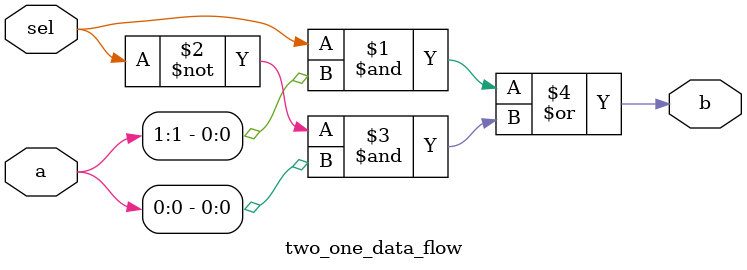
<source format=v>

module two_one_data_flow(
input[1:0]a,
input sel,
output b);
assign b=(sel & a[1]) | (~sel & a[0]); 
endmodule

</source>
